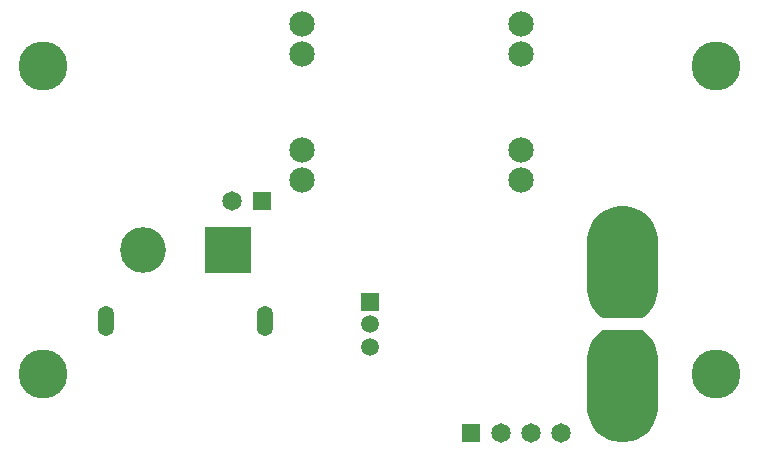
<source format=gbs>
G04*
G04 #@! TF.GenerationSoftware,Altium Limited,Altium Designer,20.2.5 (213)*
G04*
G04 Layer_Color=16711935*
%FSLAX25Y25*%
%MOIN*%
G70*
G04*
G04 #@! TF.SameCoordinates,E7A29C4C-667B-4874-933E-F4189BEA85A9*
G04*
G04*
G04 #@! TF.FilePolarity,Negative*
G04*
G01*
G75*
%ADD29C,0.16339*%
%ADD34C,0.21260*%
%ADD40O,0.05315X0.10039*%
%ADD41C,0.15221*%
%ADD42R,0.15221X0.15221*%
%ADD43C,0.06496*%
%ADD44R,0.06496X0.06496*%
%ADD45C,0.08465*%
G04:AMPARAMS|DCode=46|XSize=259.84mil|YSize=102.36mil|CornerRadius=51.18mil|HoleSize=0mil|Usage=FLASHONLY|Rotation=270.000|XOffset=0mil|YOffset=0mil|HoleType=Round|Shape=RoundedRectangle|*
%AMROUNDEDRECTD46*
21,1,0.25984,0.00000,0,0,270.0*
21,1,0.15748,0.10236,0,0,270.0*
1,1,0.10236,0.00000,-0.07874*
1,1,0.10236,0.00000,0.07874*
1,1,0.10236,0.00000,0.07874*
1,1,0.10236,0.00000,-0.07874*
%
%ADD46ROUNDEDRECTD46*%
%ADD47C,0.05906*%
%ADD48R,0.05906X0.05906*%
%ADD49C,0.03150*%
G36*
X186663Y41664D02*
X187768Y40716D01*
X188749Y39640D01*
X189590Y38451D01*
X190279Y37168D01*
X190805Y35810D01*
X191160Y34398D01*
X191339Y32952D01*
X191339Y32224D01*
X191339Y32224D01*
Y16476D01*
Y15547D01*
X191048Y13711D01*
X190473Y11942D01*
X189629Y10286D01*
X188537Y8782D01*
X187222Y7467D01*
X185718Y6375D01*
X184061Y5531D01*
X182293Y4956D01*
X180457Y4665D01*
X178598D01*
X176762Y4956D01*
X174994Y5531D01*
X173337Y6375D01*
X171833Y7467D01*
X170519Y8782D01*
X169426Y10286D01*
X168582Y11942D01*
X168007Y13711D01*
X167717Y15547D01*
Y16476D01*
Y32224D01*
Y32952D01*
X167895Y34398D01*
X168250Y35810D01*
X168776Y37168D01*
X169465Y38451D01*
X170306Y39640D01*
X171287Y40716D01*
X172392Y41664D01*
X172999Y42067D01*
X186056D01*
X186663Y41664D01*
D02*
G37*
G36*
X182293Y83115D02*
X184061Y82540D01*
X185718Y81696D01*
X187222Y80603D01*
X188537Y79289D01*
X189629Y77785D01*
X190473Y76128D01*
X191048Y74360D01*
X191339Y72524D01*
Y71595D01*
X191339D01*
X191339Y55847D01*
Y55118D01*
X191160Y53673D01*
X190805Y52261D01*
X190279Y50903D01*
X189590Y49620D01*
X188749Y48431D01*
X187768Y47354D01*
X186663Y46406D01*
X186056Y46004D01*
X172999D01*
X172392Y46406D01*
X171287Y47354D01*
X170306Y48431D01*
X169465Y49620D01*
X168776Y50903D01*
X168250Y52261D01*
X167895Y53673D01*
X167717Y55118D01*
Y55847D01*
X167717Y71595D01*
Y72524D01*
X168007Y74360D01*
X168582Y76128D01*
X169426Y77785D01*
X170519Y79289D01*
X171833Y80603D01*
X173337Y81696D01*
X174994Y82540D01*
X176762Y83115D01*
X178598Y83406D01*
X180457D01*
X182293Y83115D01*
D02*
G37*
D29*
X210630Y27559D02*
D03*
Y129921D02*
D03*
X-13780D02*
D03*
Y27559D02*
D03*
D34*
X179527Y23959D02*
D03*
Y64705D02*
D03*
D40*
X7283Y45079D02*
D03*
X60433D02*
D03*
D41*
X19685Y68701D02*
D03*
D42*
X48031D02*
D03*
D43*
X158878Y7579D02*
D03*
X148878D02*
D03*
X138878D02*
D03*
X49213Y85138D02*
D03*
D44*
X128878Y7579D02*
D03*
X59213Y85138D02*
D03*
D45*
X145850Y92209D02*
D03*
X72850D02*
D03*
X145850Y144209D02*
D03*
X72850D02*
D03*
Y102209D02*
D03*
X145850D02*
D03*
Y134209D02*
D03*
X72850D02*
D03*
D46*
X179527Y63721D02*
D03*
Y24350D02*
D03*
D47*
X95276Y36516D02*
D03*
Y44035D02*
D03*
D48*
Y51555D02*
D03*
D49*
X173158Y36854D02*
D03*
Y51217D02*
D03*
X177094Y39713D02*
D03*
Y48358D02*
D03*
X181961Y39713D02*
D03*
Y48358D02*
D03*
X185898Y36854D02*
D03*
Y51217D02*
D03*
X173158Y11846D02*
D03*
Y76224D02*
D03*
X177094Y8988D02*
D03*
Y79083D02*
D03*
X181961Y8988D02*
D03*
Y79083D02*
D03*
X185898Y11846D02*
D03*
Y76224D02*
D03*
X171653Y16477D02*
D03*
Y21726D02*
D03*
Y26975D02*
D03*
Y32224D02*
D03*
X187402Y16477D02*
D03*
Y21726D02*
D03*
Y26975D02*
D03*
Y32224D02*
D03*
X171653Y55847D02*
D03*
Y61096D02*
D03*
Y66345D02*
D03*
Y71595D02*
D03*
X187402Y55847D02*
D03*
Y61096D02*
D03*
Y66345D02*
D03*
Y71595D02*
D03*
M02*

</source>
